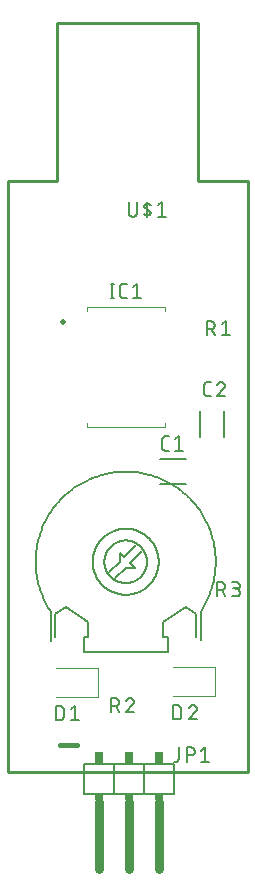
<source format=gbr>
G04 EAGLE Gerber RS-274X export*
G75*
%MOMM*%
%FSLAX34Y34*%
%LPD*%
%INSilkscreen Top*%
%IPPOS*%
%AMOC8*
5,1,8,0,0,1.08239X$1,22.5*%
G01*
G04 Define Apertures*
%ADD10C,0.381000*%
%ADD11C,0.500000*%
%ADD12C,0.120000*%
%ADD13C,0.203200*%
%ADD14C,0.127000*%
%ADD15C,0.152400*%
%ADD16C,0.762000*%
%ADD17R,0.762000X0.508000*%
%ADD18R,0.762000X1.016000*%
%ADD19C,0.254000*%
D10*
X44505Y23001D02*
X58898Y23001D01*
D11*
X46730Y381000D03*
D12*
X67000Y390470D02*
X67000Y393700D01*
X133000Y393700D01*
X133000Y390470D01*
X67000Y295330D02*
X67000Y292100D01*
X133000Y292100D01*
X133000Y295330D01*
D13*
X88529Y401066D02*
X88529Y413258D01*
X87175Y401066D02*
X89884Y401066D01*
X89884Y413258D02*
X87175Y413258D01*
X98042Y401066D02*
X100751Y401066D01*
X98042Y401066D02*
X97941Y401068D01*
X97840Y401074D01*
X97739Y401083D01*
X97638Y401096D01*
X97538Y401113D01*
X97439Y401134D01*
X97341Y401158D01*
X97244Y401186D01*
X97147Y401218D01*
X97052Y401253D01*
X96959Y401292D01*
X96867Y401334D01*
X96776Y401380D01*
X96688Y401429D01*
X96601Y401481D01*
X96516Y401537D01*
X96433Y401595D01*
X96353Y401657D01*
X96275Y401722D01*
X96199Y401789D01*
X96126Y401859D01*
X96056Y401932D01*
X95989Y402008D01*
X95924Y402086D01*
X95862Y402166D01*
X95804Y402249D01*
X95748Y402334D01*
X95696Y402421D01*
X95647Y402509D01*
X95601Y402600D01*
X95559Y402692D01*
X95520Y402785D01*
X95485Y402880D01*
X95453Y402977D01*
X95425Y403074D01*
X95401Y403172D01*
X95380Y403271D01*
X95363Y403371D01*
X95350Y403472D01*
X95341Y403573D01*
X95335Y403674D01*
X95333Y403775D01*
X95332Y403775D02*
X95332Y410549D01*
X95333Y410549D02*
X95335Y410653D01*
X95341Y410756D01*
X95351Y410860D01*
X95365Y410963D01*
X95383Y411065D01*
X95404Y411166D01*
X95430Y411267D01*
X95459Y411366D01*
X95492Y411465D01*
X95529Y411562D01*
X95570Y411657D01*
X95614Y411751D01*
X95662Y411843D01*
X95713Y411933D01*
X95768Y412022D01*
X95826Y412108D01*
X95888Y412191D01*
X95952Y412273D01*
X96020Y412351D01*
X96090Y412427D01*
X96163Y412501D01*
X96240Y412571D01*
X96318Y412639D01*
X96400Y412703D01*
X96483Y412765D01*
X96569Y412823D01*
X96658Y412878D01*
X96748Y412929D01*
X96840Y412977D01*
X96934Y413021D01*
X97029Y413062D01*
X97126Y413099D01*
X97225Y413132D01*
X97324Y413161D01*
X97425Y413187D01*
X97526Y413208D01*
X97628Y413226D01*
X97731Y413240D01*
X97835Y413250D01*
X97938Y413256D01*
X98042Y413258D01*
X100751Y413258D01*
X106052Y410549D02*
X109439Y413258D01*
X109439Y401066D01*
X112825Y401066D02*
X106052Y401066D01*
X168506Y381508D02*
X168506Y369316D01*
X168506Y381508D02*
X171893Y381508D01*
X172009Y381506D01*
X172124Y381500D01*
X172239Y381490D01*
X172354Y381476D01*
X172468Y381459D01*
X172582Y381437D01*
X172695Y381412D01*
X172807Y381382D01*
X172918Y381349D01*
X173027Y381312D01*
X173136Y381272D01*
X173242Y381228D01*
X173348Y381180D01*
X173451Y381128D01*
X173553Y381073D01*
X173653Y381015D01*
X173751Y380953D01*
X173846Y380888D01*
X173940Y380820D01*
X174030Y380748D01*
X174119Y380674D01*
X174205Y380596D01*
X174288Y380516D01*
X174368Y380433D01*
X174446Y380347D01*
X174520Y380258D01*
X174592Y380168D01*
X174660Y380074D01*
X174725Y379979D01*
X174787Y379881D01*
X174845Y379781D01*
X174900Y379679D01*
X174952Y379576D01*
X175000Y379470D01*
X175044Y379364D01*
X175084Y379255D01*
X175121Y379146D01*
X175154Y379035D01*
X175184Y378923D01*
X175209Y378810D01*
X175231Y378696D01*
X175248Y378582D01*
X175262Y378467D01*
X175272Y378352D01*
X175278Y378237D01*
X175280Y378121D01*
X175278Y378005D01*
X175272Y377890D01*
X175262Y377775D01*
X175248Y377660D01*
X175231Y377546D01*
X175209Y377432D01*
X175184Y377319D01*
X175154Y377207D01*
X175121Y377096D01*
X175084Y376987D01*
X175044Y376878D01*
X175000Y376772D01*
X174952Y376666D01*
X174900Y376563D01*
X174845Y376461D01*
X174787Y376361D01*
X174725Y376263D01*
X174660Y376168D01*
X174592Y376074D01*
X174520Y375984D01*
X174446Y375895D01*
X174368Y375809D01*
X174288Y375726D01*
X174205Y375646D01*
X174119Y375568D01*
X174030Y375494D01*
X173940Y375422D01*
X173846Y375354D01*
X173751Y375289D01*
X173653Y375227D01*
X173553Y375169D01*
X173451Y375114D01*
X173348Y375062D01*
X173242Y375014D01*
X173136Y374970D01*
X173027Y374930D01*
X172918Y374893D01*
X172807Y374860D01*
X172695Y374830D01*
X172582Y374805D01*
X172468Y374783D01*
X172354Y374766D01*
X172239Y374752D01*
X172124Y374742D01*
X172009Y374736D01*
X171893Y374734D01*
X171893Y374735D02*
X168506Y374735D01*
X172570Y374735D02*
X175279Y369316D01*
X181193Y378799D02*
X184579Y381508D01*
X184579Y369316D01*
X181193Y369316D02*
X187966Y369316D01*
X87474Y62484D02*
X87474Y50292D01*
X87474Y62484D02*
X90861Y62484D01*
X90977Y62482D01*
X91092Y62476D01*
X91207Y62466D01*
X91322Y62452D01*
X91436Y62435D01*
X91550Y62413D01*
X91663Y62388D01*
X91775Y62358D01*
X91886Y62325D01*
X91995Y62288D01*
X92104Y62248D01*
X92210Y62204D01*
X92316Y62156D01*
X92419Y62104D01*
X92521Y62049D01*
X92621Y61991D01*
X92719Y61929D01*
X92814Y61864D01*
X92908Y61796D01*
X92998Y61724D01*
X93087Y61650D01*
X93173Y61572D01*
X93256Y61492D01*
X93336Y61409D01*
X93414Y61323D01*
X93488Y61234D01*
X93560Y61144D01*
X93628Y61050D01*
X93693Y60955D01*
X93755Y60857D01*
X93813Y60757D01*
X93868Y60655D01*
X93920Y60552D01*
X93968Y60446D01*
X94012Y60340D01*
X94052Y60231D01*
X94089Y60122D01*
X94122Y60011D01*
X94152Y59899D01*
X94177Y59786D01*
X94199Y59672D01*
X94216Y59558D01*
X94230Y59443D01*
X94240Y59328D01*
X94246Y59213D01*
X94248Y59097D01*
X94246Y58981D01*
X94240Y58866D01*
X94230Y58751D01*
X94216Y58636D01*
X94199Y58522D01*
X94177Y58408D01*
X94152Y58295D01*
X94122Y58183D01*
X94089Y58072D01*
X94052Y57963D01*
X94012Y57854D01*
X93968Y57748D01*
X93920Y57642D01*
X93868Y57539D01*
X93813Y57437D01*
X93755Y57337D01*
X93693Y57239D01*
X93628Y57144D01*
X93560Y57050D01*
X93488Y56960D01*
X93414Y56871D01*
X93336Y56785D01*
X93256Y56702D01*
X93173Y56622D01*
X93087Y56544D01*
X92998Y56470D01*
X92908Y56398D01*
X92814Y56330D01*
X92719Y56265D01*
X92621Y56203D01*
X92521Y56145D01*
X92419Y56090D01*
X92316Y56038D01*
X92210Y55990D01*
X92104Y55946D01*
X91995Y55906D01*
X91886Y55869D01*
X91775Y55836D01*
X91663Y55806D01*
X91550Y55781D01*
X91436Y55759D01*
X91322Y55742D01*
X91207Y55728D01*
X91092Y55718D01*
X90977Y55712D01*
X90861Y55710D01*
X90861Y55711D02*
X87474Y55711D01*
X91538Y55711D02*
X94247Y50292D01*
X103886Y62484D02*
X103995Y62482D01*
X104103Y62476D01*
X104212Y62467D01*
X104320Y62453D01*
X104427Y62436D01*
X104534Y62414D01*
X104640Y62389D01*
X104745Y62361D01*
X104849Y62328D01*
X104951Y62292D01*
X105052Y62252D01*
X105152Y62209D01*
X105250Y62162D01*
X105347Y62111D01*
X105441Y62057D01*
X105534Y62000D01*
X105624Y61940D01*
X105713Y61876D01*
X105799Y61809D01*
X105882Y61740D01*
X105963Y61667D01*
X106041Y61591D01*
X106117Y61513D01*
X106190Y61432D01*
X106259Y61349D01*
X106326Y61263D01*
X106390Y61174D01*
X106450Y61084D01*
X106507Y60991D01*
X106561Y60897D01*
X106612Y60800D01*
X106659Y60702D01*
X106702Y60602D01*
X106742Y60501D01*
X106778Y60399D01*
X106811Y60295D01*
X106839Y60190D01*
X106864Y60084D01*
X106886Y59977D01*
X106903Y59870D01*
X106917Y59762D01*
X106926Y59653D01*
X106932Y59545D01*
X106934Y59436D01*
X103886Y62484D02*
X103763Y62482D01*
X103640Y62476D01*
X103517Y62467D01*
X103395Y62453D01*
X103273Y62436D01*
X103152Y62415D01*
X103031Y62390D01*
X102911Y62361D01*
X102793Y62328D01*
X102675Y62292D01*
X102559Y62252D01*
X102443Y62209D01*
X102330Y62161D01*
X102217Y62111D01*
X102107Y62057D01*
X101998Y61999D01*
X101891Y61938D01*
X101786Y61873D01*
X101683Y61806D01*
X101583Y61735D01*
X101484Y61661D01*
X101388Y61584D01*
X101295Y61504D01*
X101204Y61421D01*
X101115Y61335D01*
X101030Y61247D01*
X100947Y61156D01*
X100867Y61062D01*
X100790Y60966D01*
X100716Y60867D01*
X100646Y60767D01*
X100578Y60664D01*
X100514Y60559D01*
X100453Y60452D01*
X100395Y60343D01*
X100341Y60232D01*
X100291Y60120D01*
X100244Y60006D01*
X100200Y59891D01*
X100161Y59775D01*
X105918Y57065D02*
X105997Y57143D01*
X106073Y57223D01*
X106146Y57305D01*
X106216Y57391D01*
X106284Y57478D01*
X106349Y57568D01*
X106410Y57659D01*
X106468Y57753D01*
X106524Y57849D01*
X106575Y57946D01*
X106624Y58046D01*
X106669Y58146D01*
X106711Y58249D01*
X106749Y58352D01*
X106784Y58457D01*
X106815Y58563D01*
X106843Y58670D01*
X106867Y58778D01*
X106888Y58886D01*
X106904Y58995D01*
X106917Y59105D01*
X106927Y59215D01*
X106932Y59326D01*
X106934Y59436D01*
X105918Y57065D02*
X100161Y50292D01*
X106934Y50292D01*
D14*
X128700Y264467D02*
X150700Y264467D01*
X150700Y243533D02*
X128700Y243533D01*
D13*
X133663Y271833D02*
X136372Y271833D01*
X133663Y271833D02*
X133562Y271835D01*
X133461Y271841D01*
X133360Y271850D01*
X133259Y271863D01*
X133159Y271880D01*
X133060Y271901D01*
X132962Y271925D01*
X132865Y271953D01*
X132768Y271985D01*
X132673Y272020D01*
X132580Y272059D01*
X132488Y272101D01*
X132397Y272147D01*
X132309Y272196D01*
X132222Y272248D01*
X132137Y272304D01*
X132054Y272362D01*
X131974Y272424D01*
X131896Y272489D01*
X131820Y272556D01*
X131747Y272626D01*
X131677Y272699D01*
X131610Y272775D01*
X131545Y272853D01*
X131483Y272933D01*
X131425Y273016D01*
X131369Y273101D01*
X131317Y273188D01*
X131268Y273276D01*
X131222Y273367D01*
X131180Y273459D01*
X131141Y273552D01*
X131106Y273647D01*
X131074Y273744D01*
X131046Y273841D01*
X131022Y273939D01*
X131001Y274038D01*
X130984Y274138D01*
X130971Y274239D01*
X130962Y274340D01*
X130956Y274441D01*
X130954Y274542D01*
X130953Y274542D02*
X130953Y281316D01*
X130954Y281316D02*
X130956Y281420D01*
X130962Y281523D01*
X130972Y281627D01*
X130986Y281730D01*
X131004Y281832D01*
X131025Y281933D01*
X131051Y282034D01*
X131080Y282133D01*
X131113Y282232D01*
X131150Y282329D01*
X131191Y282424D01*
X131235Y282518D01*
X131283Y282610D01*
X131334Y282700D01*
X131389Y282789D01*
X131447Y282875D01*
X131509Y282958D01*
X131573Y283040D01*
X131641Y283118D01*
X131711Y283194D01*
X131784Y283268D01*
X131861Y283338D01*
X131939Y283406D01*
X132021Y283470D01*
X132104Y283532D01*
X132190Y283590D01*
X132279Y283645D01*
X132369Y283696D01*
X132461Y283744D01*
X132555Y283788D01*
X132650Y283829D01*
X132747Y283866D01*
X132846Y283899D01*
X132945Y283928D01*
X133046Y283954D01*
X133147Y283975D01*
X133249Y283993D01*
X133352Y284007D01*
X133456Y284017D01*
X133559Y284023D01*
X133663Y284025D01*
X136372Y284025D01*
X141673Y281316D02*
X145060Y284025D01*
X145060Y271833D01*
X141673Y271833D02*
X148447Y271833D01*
D14*
X183554Y283637D02*
X183554Y305637D01*
X162620Y305637D02*
X162620Y283637D01*
D13*
X169226Y317920D02*
X171935Y317920D01*
X169226Y317920D02*
X169125Y317922D01*
X169024Y317928D01*
X168923Y317937D01*
X168822Y317950D01*
X168722Y317967D01*
X168623Y317988D01*
X168525Y318012D01*
X168428Y318040D01*
X168331Y318072D01*
X168236Y318107D01*
X168143Y318146D01*
X168051Y318188D01*
X167960Y318234D01*
X167872Y318283D01*
X167785Y318335D01*
X167700Y318391D01*
X167617Y318449D01*
X167537Y318511D01*
X167459Y318576D01*
X167383Y318643D01*
X167310Y318713D01*
X167240Y318786D01*
X167173Y318862D01*
X167108Y318940D01*
X167046Y319020D01*
X166988Y319103D01*
X166932Y319188D01*
X166880Y319275D01*
X166831Y319363D01*
X166785Y319454D01*
X166743Y319546D01*
X166704Y319639D01*
X166669Y319734D01*
X166637Y319831D01*
X166609Y319928D01*
X166585Y320026D01*
X166564Y320125D01*
X166547Y320225D01*
X166534Y320326D01*
X166525Y320427D01*
X166519Y320528D01*
X166517Y320629D01*
X166516Y320629D02*
X166516Y327402D01*
X166517Y327402D02*
X166519Y327506D01*
X166525Y327609D01*
X166535Y327713D01*
X166549Y327816D01*
X166567Y327918D01*
X166588Y328019D01*
X166614Y328120D01*
X166643Y328219D01*
X166676Y328318D01*
X166713Y328415D01*
X166754Y328510D01*
X166798Y328604D01*
X166846Y328696D01*
X166897Y328786D01*
X166952Y328875D01*
X167010Y328961D01*
X167072Y329044D01*
X167136Y329126D01*
X167204Y329204D01*
X167274Y329280D01*
X167347Y329354D01*
X167424Y329424D01*
X167502Y329492D01*
X167584Y329556D01*
X167667Y329618D01*
X167753Y329676D01*
X167842Y329731D01*
X167932Y329782D01*
X168024Y329830D01*
X168118Y329874D01*
X168213Y329915D01*
X168310Y329952D01*
X168409Y329985D01*
X168508Y330014D01*
X168609Y330040D01*
X168710Y330061D01*
X168812Y330079D01*
X168915Y330093D01*
X169019Y330103D01*
X169122Y330109D01*
X169226Y330111D01*
X169226Y330112D02*
X171935Y330112D01*
X180962Y330112D02*
X181071Y330110D01*
X181179Y330104D01*
X181288Y330095D01*
X181396Y330081D01*
X181503Y330064D01*
X181610Y330042D01*
X181716Y330017D01*
X181821Y329989D01*
X181925Y329956D01*
X182027Y329920D01*
X182128Y329880D01*
X182228Y329837D01*
X182326Y329790D01*
X182423Y329739D01*
X182517Y329685D01*
X182610Y329628D01*
X182700Y329568D01*
X182789Y329504D01*
X182875Y329437D01*
X182958Y329368D01*
X183039Y329295D01*
X183117Y329219D01*
X183193Y329141D01*
X183266Y329060D01*
X183335Y328977D01*
X183402Y328891D01*
X183466Y328802D01*
X183526Y328712D01*
X183583Y328619D01*
X183637Y328525D01*
X183688Y328428D01*
X183735Y328330D01*
X183778Y328230D01*
X183818Y328129D01*
X183854Y328027D01*
X183887Y327923D01*
X183915Y327818D01*
X183940Y327712D01*
X183962Y327605D01*
X183979Y327498D01*
X183993Y327390D01*
X184002Y327281D01*
X184008Y327173D01*
X184010Y327064D01*
X180962Y330112D02*
X180839Y330110D01*
X180716Y330104D01*
X180593Y330095D01*
X180471Y330081D01*
X180349Y330064D01*
X180228Y330043D01*
X180107Y330018D01*
X179987Y329989D01*
X179869Y329956D01*
X179751Y329920D01*
X179635Y329880D01*
X179519Y329837D01*
X179406Y329789D01*
X179293Y329739D01*
X179183Y329685D01*
X179074Y329627D01*
X178967Y329566D01*
X178862Y329501D01*
X178759Y329434D01*
X178659Y329363D01*
X178560Y329289D01*
X178464Y329212D01*
X178371Y329132D01*
X178280Y329049D01*
X178191Y328963D01*
X178106Y328875D01*
X178023Y328784D01*
X177943Y328690D01*
X177866Y328594D01*
X177792Y328495D01*
X177722Y328395D01*
X177654Y328292D01*
X177590Y328187D01*
X177529Y328080D01*
X177471Y327971D01*
X177417Y327860D01*
X177367Y327748D01*
X177320Y327634D01*
X177276Y327519D01*
X177237Y327403D01*
X182994Y324693D02*
X183073Y324771D01*
X183149Y324851D01*
X183222Y324933D01*
X183292Y325019D01*
X183360Y325106D01*
X183425Y325196D01*
X183486Y325287D01*
X183544Y325381D01*
X183600Y325477D01*
X183651Y325574D01*
X183700Y325674D01*
X183745Y325774D01*
X183787Y325877D01*
X183825Y325980D01*
X183860Y326085D01*
X183891Y326191D01*
X183919Y326298D01*
X183943Y326406D01*
X183964Y326514D01*
X183980Y326623D01*
X183993Y326733D01*
X184003Y326843D01*
X184008Y326954D01*
X184010Y327064D01*
X182994Y324693D02*
X177236Y317920D01*
X184010Y317920D01*
D12*
X76517Y63196D02*
X40970Y63196D01*
X76517Y63196D02*
X76517Y87976D01*
X40970Y87976D01*
D13*
X40799Y55830D02*
X40799Y43638D01*
X40799Y55830D02*
X44186Y55830D01*
X44302Y55828D01*
X44417Y55822D01*
X44532Y55812D01*
X44647Y55798D01*
X44761Y55781D01*
X44875Y55759D01*
X44988Y55734D01*
X45100Y55704D01*
X45211Y55671D01*
X45320Y55634D01*
X45429Y55594D01*
X45535Y55550D01*
X45641Y55502D01*
X45744Y55450D01*
X45846Y55395D01*
X45946Y55337D01*
X46044Y55275D01*
X46139Y55210D01*
X46233Y55142D01*
X46324Y55070D01*
X46412Y54996D01*
X46498Y54918D01*
X46581Y54838D01*
X46661Y54755D01*
X46739Y54669D01*
X46813Y54580D01*
X46885Y54490D01*
X46953Y54396D01*
X47018Y54301D01*
X47080Y54203D01*
X47138Y54103D01*
X47193Y54001D01*
X47245Y53898D01*
X47293Y53792D01*
X47337Y53686D01*
X47377Y53577D01*
X47414Y53468D01*
X47447Y53357D01*
X47477Y53245D01*
X47502Y53132D01*
X47524Y53018D01*
X47541Y52904D01*
X47555Y52789D01*
X47565Y52674D01*
X47571Y52559D01*
X47573Y52443D01*
X47573Y47025D01*
X47571Y46909D01*
X47565Y46794D01*
X47555Y46679D01*
X47541Y46564D01*
X47524Y46450D01*
X47502Y46336D01*
X47477Y46223D01*
X47447Y46111D01*
X47414Y46000D01*
X47377Y45891D01*
X47337Y45782D01*
X47293Y45676D01*
X47245Y45570D01*
X47193Y45467D01*
X47138Y45365D01*
X47080Y45265D01*
X47018Y45167D01*
X46953Y45072D01*
X46885Y44978D01*
X46813Y44888D01*
X46739Y44799D01*
X46661Y44713D01*
X46581Y44630D01*
X46498Y44550D01*
X46412Y44472D01*
X46324Y44398D01*
X46233Y44326D01*
X46139Y44258D01*
X46044Y44193D01*
X45946Y44131D01*
X45846Y44073D01*
X45744Y44018D01*
X45641Y43966D01*
X45535Y43918D01*
X45429Y43874D01*
X45320Y43834D01*
X45211Y43797D01*
X45100Y43764D01*
X44988Y43734D01*
X44875Y43709D01*
X44762Y43687D01*
X44647Y43670D01*
X44532Y43656D01*
X44417Y43646D01*
X44302Y43640D01*
X44186Y43638D01*
X40799Y43638D01*
X54027Y53121D02*
X57414Y55830D01*
X57414Y43638D01*
X54027Y43638D02*
X60801Y43638D01*
D12*
X140407Y63810D02*
X175954Y63810D01*
X175954Y88590D01*
X140407Y88590D01*
D13*
X140236Y56444D02*
X140236Y44252D01*
X140236Y56444D02*
X143622Y56444D01*
X143738Y56442D01*
X143853Y56436D01*
X143968Y56426D01*
X144083Y56412D01*
X144197Y56395D01*
X144311Y56373D01*
X144424Y56348D01*
X144536Y56318D01*
X144647Y56285D01*
X144756Y56248D01*
X144865Y56208D01*
X144971Y56164D01*
X145077Y56116D01*
X145180Y56064D01*
X145282Y56009D01*
X145382Y55951D01*
X145480Y55889D01*
X145575Y55824D01*
X145669Y55756D01*
X145760Y55684D01*
X145848Y55610D01*
X145934Y55532D01*
X146017Y55452D01*
X146097Y55369D01*
X146175Y55283D01*
X146249Y55194D01*
X146321Y55104D01*
X146389Y55010D01*
X146454Y54915D01*
X146516Y54817D01*
X146574Y54717D01*
X146629Y54615D01*
X146681Y54512D01*
X146729Y54406D01*
X146773Y54300D01*
X146813Y54191D01*
X146850Y54082D01*
X146883Y53971D01*
X146913Y53859D01*
X146938Y53746D01*
X146960Y53632D01*
X146977Y53518D01*
X146991Y53403D01*
X147001Y53288D01*
X147007Y53173D01*
X147009Y53057D01*
X147009Y47639D01*
X147007Y47523D01*
X147001Y47408D01*
X146991Y47293D01*
X146977Y47178D01*
X146960Y47064D01*
X146938Y46950D01*
X146913Y46837D01*
X146883Y46725D01*
X146850Y46614D01*
X146813Y46505D01*
X146773Y46396D01*
X146729Y46290D01*
X146681Y46184D01*
X146629Y46081D01*
X146574Y45979D01*
X146516Y45879D01*
X146454Y45781D01*
X146389Y45686D01*
X146321Y45592D01*
X146249Y45502D01*
X146175Y45413D01*
X146097Y45327D01*
X146017Y45244D01*
X145934Y45164D01*
X145848Y45086D01*
X145760Y45012D01*
X145669Y44940D01*
X145575Y44872D01*
X145480Y44807D01*
X145382Y44745D01*
X145282Y44687D01*
X145180Y44632D01*
X145077Y44580D01*
X144971Y44532D01*
X144865Y44488D01*
X144756Y44448D01*
X144647Y44411D01*
X144536Y44378D01*
X144424Y44348D01*
X144311Y44323D01*
X144198Y44301D01*
X144083Y44284D01*
X143968Y44270D01*
X143853Y44260D01*
X143738Y44254D01*
X143622Y44252D01*
X140236Y44252D01*
X157189Y56444D02*
X157298Y56442D01*
X157406Y56436D01*
X157515Y56427D01*
X157623Y56413D01*
X157730Y56396D01*
X157837Y56374D01*
X157943Y56349D01*
X158048Y56321D01*
X158152Y56288D01*
X158254Y56252D01*
X158355Y56212D01*
X158455Y56169D01*
X158553Y56122D01*
X158650Y56071D01*
X158744Y56017D01*
X158837Y55960D01*
X158927Y55900D01*
X159016Y55836D01*
X159102Y55769D01*
X159185Y55700D01*
X159266Y55627D01*
X159344Y55551D01*
X159420Y55473D01*
X159493Y55392D01*
X159562Y55309D01*
X159629Y55223D01*
X159693Y55134D01*
X159753Y55044D01*
X159810Y54951D01*
X159864Y54857D01*
X159915Y54760D01*
X159962Y54662D01*
X160005Y54562D01*
X160045Y54461D01*
X160081Y54359D01*
X160114Y54255D01*
X160142Y54150D01*
X160167Y54044D01*
X160189Y53937D01*
X160206Y53830D01*
X160220Y53722D01*
X160229Y53613D01*
X160235Y53505D01*
X160237Y53396D01*
X157189Y56444D02*
X157066Y56442D01*
X156943Y56436D01*
X156820Y56427D01*
X156698Y56413D01*
X156576Y56396D01*
X156455Y56375D01*
X156334Y56350D01*
X156214Y56321D01*
X156096Y56288D01*
X155978Y56252D01*
X155862Y56212D01*
X155746Y56169D01*
X155633Y56121D01*
X155520Y56071D01*
X155410Y56017D01*
X155301Y55959D01*
X155194Y55898D01*
X155089Y55833D01*
X154986Y55766D01*
X154886Y55695D01*
X154787Y55621D01*
X154691Y55544D01*
X154598Y55464D01*
X154507Y55381D01*
X154418Y55295D01*
X154333Y55207D01*
X154250Y55116D01*
X154170Y55022D01*
X154093Y54926D01*
X154019Y54827D01*
X153949Y54727D01*
X153881Y54624D01*
X153817Y54519D01*
X153756Y54412D01*
X153698Y54303D01*
X153644Y54192D01*
X153594Y54080D01*
X153547Y53966D01*
X153503Y53851D01*
X153464Y53735D01*
X159221Y51025D02*
X159300Y51103D01*
X159376Y51183D01*
X159449Y51265D01*
X159519Y51351D01*
X159587Y51438D01*
X159652Y51528D01*
X159713Y51619D01*
X159771Y51713D01*
X159827Y51809D01*
X159878Y51906D01*
X159927Y52006D01*
X159972Y52106D01*
X160014Y52209D01*
X160052Y52312D01*
X160087Y52417D01*
X160118Y52523D01*
X160146Y52630D01*
X160170Y52738D01*
X160191Y52846D01*
X160207Y52955D01*
X160220Y53065D01*
X160230Y53175D01*
X160235Y53286D01*
X160237Y53396D01*
X159221Y51025D02*
X153464Y44252D01*
X160237Y44252D01*
D15*
X49200Y139700D02*
X40310Y133350D01*
X49200Y139700D02*
X68250Y127000D01*
X68250Y114300D01*
X64440Y114300D01*
X64440Y101600D01*
X135560Y101600D02*
X135560Y114300D01*
X131750Y114300D01*
X131750Y127000D01*
X150800Y139700D01*
X159690Y133350D01*
X108890Y191770D02*
X98730Y181610D01*
X94920Y185420D01*
X94920Y177800D01*
X86030Y168910D01*
X103810Y176530D02*
X113970Y186690D01*
X103810Y176530D02*
X107620Y172720D01*
X100000Y172720D01*
X91110Y163830D01*
X64440Y101600D02*
X135560Y101600D01*
X159690Y114300D02*
X159690Y133350D01*
X40310Y133350D02*
X40310Y114300D01*
X163500Y111760D02*
X163500Y135890D01*
X36500Y135890D02*
X36500Y110490D01*
X23800Y177800D02*
X23823Y179656D01*
X23890Y181510D01*
X24003Y183362D01*
X24161Y185211D01*
X24364Y187056D01*
X24612Y188895D01*
X24905Y190727D01*
X25242Y192552D01*
X25623Y194368D01*
X26049Y196174D01*
X26518Y197970D01*
X27031Y199753D01*
X27587Y201524D01*
X28186Y203280D01*
X28828Y205021D01*
X29512Y206746D01*
X30238Y208454D01*
X31005Y210144D01*
X31813Y211814D01*
X32661Y213464D01*
X33550Y215094D01*
X34478Y216701D01*
X35444Y218285D01*
X36449Y219845D01*
X37492Y221380D01*
X38572Y222889D01*
X39688Y224371D01*
X40840Y225826D01*
X42027Y227253D01*
X43248Y228650D01*
X44503Y230017D01*
X45791Y231352D01*
X47112Y232657D01*
X48463Y233928D01*
X49845Y235167D01*
X51257Y236371D01*
X52698Y237540D01*
X54166Y238675D01*
X55662Y239773D01*
X57185Y240834D01*
X58732Y241858D01*
X60304Y242844D01*
X61900Y243791D01*
X63518Y244699D01*
X65158Y245568D01*
X66819Y246396D01*
X68499Y247184D01*
X70198Y247930D01*
X71914Y248635D01*
X73648Y249298D01*
X75397Y249919D01*
X77160Y250496D01*
X78937Y251031D01*
X80726Y251522D01*
X82527Y251970D01*
X84339Y252373D01*
X86159Y252732D01*
X87988Y253047D01*
X89824Y253317D01*
X91666Y253543D01*
X93513Y253723D01*
X95364Y253859D01*
X97217Y253949D01*
X99072Y253994D01*
X100928Y253994D01*
X102783Y253949D01*
X104636Y253859D01*
X106487Y253723D01*
X108334Y253543D01*
X110176Y253317D01*
X112012Y253047D01*
X113841Y252732D01*
X115661Y252373D01*
X117473Y251970D01*
X119274Y251522D01*
X121063Y251031D01*
X122840Y250496D01*
X124603Y249919D01*
X126352Y249298D01*
X128086Y248635D01*
X129802Y247930D01*
X131501Y247184D01*
X133181Y246396D01*
X134842Y245568D01*
X136482Y244699D01*
X138100Y243791D01*
X139696Y242844D01*
X141268Y241858D01*
X142815Y240834D01*
X144338Y239773D01*
X145834Y238675D01*
X147302Y237540D01*
X148743Y236371D01*
X150155Y235167D01*
X151537Y233928D01*
X152888Y232657D01*
X154209Y231352D01*
X155497Y230017D01*
X156752Y228650D01*
X157973Y227253D01*
X159160Y225826D01*
X160312Y224371D01*
X161428Y222889D01*
X162508Y221380D01*
X163551Y219845D01*
X164556Y218285D01*
X165522Y216701D01*
X166450Y215094D01*
X167339Y213464D01*
X168187Y211814D01*
X168995Y210144D01*
X169762Y208454D01*
X170488Y206746D01*
X171172Y205021D01*
X171814Y203280D01*
X172413Y201524D01*
X172969Y199753D01*
X173482Y197970D01*
X173951Y196174D01*
X174377Y194368D01*
X174758Y192552D01*
X175095Y190727D01*
X175388Y188895D01*
X175636Y187056D01*
X175839Y185211D01*
X175997Y183362D01*
X176110Y181510D01*
X176177Y179656D01*
X176200Y177800D01*
X176177Y175934D01*
X176109Y174068D01*
X175994Y172205D01*
X175834Y170345D01*
X175629Y168489D01*
X175378Y166639D01*
X175082Y164796D01*
X174741Y162961D01*
X174355Y161134D01*
X173924Y159318D01*
X173449Y157512D01*
X172930Y155719D01*
X172367Y153939D01*
X171761Y152173D01*
X171112Y150423D01*
X170420Y148689D01*
X169685Y146973D01*
X168909Y145275D01*
X168092Y143597D01*
X167233Y141939D01*
X166335Y140302D01*
X165396Y138689D01*
X164418Y137098D01*
X163402Y135532D01*
X36598Y135532D02*
X35582Y137098D01*
X34604Y138689D01*
X33665Y140302D01*
X32767Y141939D01*
X31908Y143597D01*
X31091Y145275D01*
X30315Y146973D01*
X29580Y148689D01*
X28888Y150423D01*
X28239Y152173D01*
X27633Y153939D01*
X27070Y155719D01*
X26551Y157512D01*
X26076Y159318D01*
X25645Y161134D01*
X25259Y162961D01*
X24918Y164796D01*
X24622Y166639D01*
X24371Y168489D01*
X24166Y170345D01*
X24006Y172205D01*
X23891Y174068D01*
X23823Y175934D01*
X23800Y177800D01*
X81966Y177800D02*
X81971Y178243D01*
X81988Y178685D01*
X82015Y179127D01*
X82053Y179568D01*
X82102Y180008D01*
X82161Y180446D01*
X82232Y180883D01*
X82313Y181318D01*
X82404Y181751D01*
X82506Y182182D01*
X82619Y182610D01*
X82743Y183035D01*
X82876Y183457D01*
X83020Y183875D01*
X83174Y184290D01*
X83339Y184701D01*
X83513Y185108D01*
X83697Y185511D01*
X83892Y185908D01*
X84095Y186301D01*
X84309Y186689D01*
X84532Y187071D01*
X84764Y187448D01*
X85005Y187819D01*
X85256Y188184D01*
X85515Y188543D01*
X85783Y188895D01*
X86060Y189241D01*
X86344Y189579D01*
X86638Y189911D01*
X86939Y190235D01*
X87248Y190552D01*
X87565Y190861D01*
X87889Y191162D01*
X88221Y191456D01*
X88559Y191740D01*
X88905Y192017D01*
X89257Y192285D01*
X89616Y192544D01*
X89981Y192795D01*
X90352Y193036D01*
X90729Y193268D01*
X91111Y193491D01*
X91499Y193705D01*
X91892Y193908D01*
X92289Y194103D01*
X92692Y194287D01*
X93099Y194461D01*
X93510Y194626D01*
X93925Y194780D01*
X94343Y194924D01*
X94765Y195057D01*
X95190Y195181D01*
X95618Y195294D01*
X96049Y195396D01*
X96482Y195487D01*
X96917Y195568D01*
X97354Y195639D01*
X97792Y195698D01*
X98232Y195747D01*
X98673Y195785D01*
X99115Y195812D01*
X99557Y195829D01*
X100000Y195834D01*
X100443Y195829D01*
X100885Y195812D01*
X101327Y195785D01*
X101768Y195747D01*
X102208Y195698D01*
X102646Y195639D01*
X103083Y195568D01*
X103518Y195487D01*
X103951Y195396D01*
X104382Y195294D01*
X104810Y195181D01*
X105235Y195057D01*
X105657Y194924D01*
X106075Y194780D01*
X106490Y194626D01*
X106901Y194461D01*
X107308Y194287D01*
X107711Y194103D01*
X108108Y193908D01*
X108501Y193705D01*
X108889Y193491D01*
X109271Y193268D01*
X109648Y193036D01*
X110019Y192795D01*
X110384Y192544D01*
X110743Y192285D01*
X111095Y192017D01*
X111441Y191740D01*
X111779Y191456D01*
X112111Y191162D01*
X112435Y190861D01*
X112752Y190552D01*
X113061Y190235D01*
X113362Y189911D01*
X113656Y189579D01*
X113940Y189241D01*
X114217Y188895D01*
X114485Y188543D01*
X114744Y188184D01*
X114995Y187819D01*
X115236Y187448D01*
X115468Y187071D01*
X115691Y186689D01*
X115905Y186301D01*
X116108Y185908D01*
X116303Y185511D01*
X116487Y185108D01*
X116661Y184701D01*
X116826Y184290D01*
X116980Y183875D01*
X117124Y183457D01*
X117257Y183035D01*
X117381Y182610D01*
X117494Y182182D01*
X117596Y181751D01*
X117687Y181318D01*
X117768Y180883D01*
X117839Y180446D01*
X117898Y180008D01*
X117947Y179568D01*
X117985Y179127D01*
X118012Y178685D01*
X118029Y178243D01*
X118034Y177800D01*
X118029Y177357D01*
X118012Y176915D01*
X117985Y176473D01*
X117947Y176032D01*
X117898Y175592D01*
X117839Y175154D01*
X117768Y174717D01*
X117687Y174282D01*
X117596Y173849D01*
X117494Y173418D01*
X117381Y172990D01*
X117257Y172565D01*
X117124Y172143D01*
X116980Y171725D01*
X116826Y171310D01*
X116661Y170899D01*
X116487Y170492D01*
X116303Y170089D01*
X116108Y169692D01*
X115905Y169299D01*
X115691Y168911D01*
X115468Y168529D01*
X115236Y168152D01*
X114995Y167781D01*
X114744Y167416D01*
X114485Y167057D01*
X114217Y166705D01*
X113940Y166359D01*
X113656Y166021D01*
X113362Y165689D01*
X113061Y165365D01*
X112752Y165048D01*
X112435Y164739D01*
X112111Y164438D01*
X111779Y164144D01*
X111441Y163860D01*
X111095Y163583D01*
X110743Y163315D01*
X110384Y163056D01*
X110019Y162805D01*
X109648Y162564D01*
X109271Y162332D01*
X108889Y162109D01*
X108501Y161895D01*
X108108Y161692D01*
X107711Y161497D01*
X107308Y161313D01*
X106901Y161139D01*
X106490Y160974D01*
X106075Y160820D01*
X105657Y160676D01*
X105235Y160543D01*
X104810Y160419D01*
X104382Y160306D01*
X103951Y160204D01*
X103518Y160113D01*
X103083Y160032D01*
X102646Y159961D01*
X102208Y159902D01*
X101768Y159853D01*
X101327Y159815D01*
X100885Y159788D01*
X100443Y159771D01*
X100000Y159766D01*
X99557Y159771D01*
X99115Y159788D01*
X98673Y159815D01*
X98232Y159853D01*
X97792Y159902D01*
X97354Y159961D01*
X96917Y160032D01*
X96482Y160113D01*
X96049Y160204D01*
X95618Y160306D01*
X95190Y160419D01*
X94765Y160543D01*
X94343Y160676D01*
X93925Y160820D01*
X93510Y160974D01*
X93099Y161139D01*
X92692Y161313D01*
X92289Y161497D01*
X91892Y161692D01*
X91499Y161895D01*
X91111Y162109D01*
X90729Y162332D01*
X90352Y162564D01*
X89981Y162805D01*
X89616Y163056D01*
X89257Y163315D01*
X88905Y163583D01*
X88559Y163860D01*
X88221Y164144D01*
X87889Y164438D01*
X87565Y164739D01*
X87248Y165048D01*
X86939Y165365D01*
X86638Y165689D01*
X86344Y166021D01*
X86060Y166359D01*
X85783Y166705D01*
X85515Y167057D01*
X85256Y167416D01*
X85005Y167781D01*
X84764Y168152D01*
X84532Y168529D01*
X84309Y168911D01*
X84095Y169299D01*
X83892Y169692D01*
X83697Y170089D01*
X83513Y170492D01*
X83339Y170899D01*
X83174Y171310D01*
X83020Y171725D01*
X82876Y172143D01*
X82743Y172565D01*
X82619Y172990D01*
X82506Y173418D01*
X82404Y173849D01*
X82313Y174282D01*
X82232Y174717D01*
X82161Y175154D01*
X82102Y175592D01*
X82053Y176032D01*
X82015Y176473D01*
X81988Y176915D01*
X81971Y177357D01*
X81966Y177800D01*
X72060Y177800D02*
X72068Y178486D01*
X72094Y179171D01*
X72136Y179855D01*
X72195Y180539D01*
X72270Y181220D01*
X72362Y181900D01*
X72471Y182577D01*
X72597Y183251D01*
X72739Y183922D01*
X72897Y184589D01*
X73072Y185252D01*
X73263Y185911D01*
X73470Y186564D01*
X73693Y187213D01*
X73932Y187855D01*
X74187Y188492D01*
X74457Y189122D01*
X74743Y189746D01*
X75043Y190362D01*
X75359Y190971D01*
X75690Y191572D01*
X76035Y192164D01*
X76395Y192748D01*
X76769Y193323D01*
X77157Y193888D01*
X77558Y194444D01*
X77974Y194990D01*
X78402Y195525D01*
X78844Y196050D01*
X79298Y196563D01*
X79765Y197066D01*
X80243Y197557D01*
X80734Y198035D01*
X81237Y198502D01*
X81750Y198956D01*
X82275Y199398D01*
X82810Y199826D01*
X83356Y200242D01*
X83912Y200643D01*
X84477Y201031D01*
X85052Y201405D01*
X85636Y201765D01*
X86228Y202110D01*
X86829Y202441D01*
X87438Y202757D01*
X88054Y203057D01*
X88678Y203343D01*
X89308Y203613D01*
X89945Y203868D01*
X90587Y204107D01*
X91236Y204330D01*
X91889Y204537D01*
X92548Y204728D01*
X93211Y204903D01*
X93878Y205061D01*
X94549Y205203D01*
X95223Y205329D01*
X95900Y205438D01*
X96580Y205530D01*
X97261Y205605D01*
X97945Y205664D01*
X98629Y205706D01*
X99314Y205732D01*
X100000Y205740D01*
X100686Y205732D01*
X101371Y205706D01*
X102055Y205664D01*
X102739Y205605D01*
X103420Y205530D01*
X104100Y205438D01*
X104777Y205329D01*
X105451Y205203D01*
X106122Y205061D01*
X106789Y204903D01*
X107452Y204728D01*
X108111Y204537D01*
X108764Y204330D01*
X109413Y204107D01*
X110055Y203868D01*
X110692Y203613D01*
X111322Y203343D01*
X111946Y203057D01*
X112562Y202757D01*
X113171Y202441D01*
X113772Y202110D01*
X114364Y201765D01*
X114948Y201405D01*
X115523Y201031D01*
X116088Y200643D01*
X116644Y200242D01*
X117190Y199826D01*
X117725Y199398D01*
X118250Y198956D01*
X118763Y198502D01*
X119266Y198035D01*
X119757Y197557D01*
X120235Y197066D01*
X120702Y196563D01*
X121156Y196050D01*
X121598Y195525D01*
X122026Y194990D01*
X122442Y194444D01*
X122843Y193888D01*
X123231Y193323D01*
X123605Y192748D01*
X123965Y192164D01*
X124310Y191572D01*
X124641Y190971D01*
X124957Y190362D01*
X125257Y189746D01*
X125543Y189122D01*
X125813Y188492D01*
X126068Y187855D01*
X126307Y187213D01*
X126530Y186564D01*
X126737Y185911D01*
X126928Y185252D01*
X127103Y184589D01*
X127261Y183922D01*
X127403Y183251D01*
X127529Y182577D01*
X127638Y181900D01*
X127730Y181220D01*
X127805Y180539D01*
X127864Y179855D01*
X127906Y179171D01*
X127932Y178486D01*
X127940Y177800D01*
X127932Y177114D01*
X127906Y176429D01*
X127864Y175745D01*
X127805Y175061D01*
X127730Y174380D01*
X127638Y173700D01*
X127529Y173023D01*
X127403Y172349D01*
X127261Y171678D01*
X127103Y171011D01*
X126928Y170348D01*
X126737Y169689D01*
X126530Y169036D01*
X126307Y168387D01*
X126068Y167745D01*
X125813Y167108D01*
X125543Y166478D01*
X125257Y165854D01*
X124957Y165238D01*
X124641Y164629D01*
X124310Y164028D01*
X123965Y163436D01*
X123605Y162852D01*
X123231Y162277D01*
X122843Y161712D01*
X122442Y161156D01*
X122026Y160610D01*
X121598Y160075D01*
X121156Y159550D01*
X120702Y159037D01*
X120235Y158534D01*
X119757Y158043D01*
X119266Y157565D01*
X118763Y157098D01*
X118250Y156644D01*
X117725Y156202D01*
X117190Y155774D01*
X116644Y155358D01*
X116088Y154957D01*
X115523Y154569D01*
X114948Y154195D01*
X114364Y153835D01*
X113772Y153490D01*
X113171Y153159D01*
X112562Y152843D01*
X111946Y152543D01*
X111322Y152257D01*
X110692Y151987D01*
X110055Y151732D01*
X109413Y151493D01*
X108764Y151270D01*
X108111Y151063D01*
X107452Y150872D01*
X106789Y150697D01*
X106122Y150539D01*
X105451Y150397D01*
X104777Y150271D01*
X104100Y150162D01*
X103420Y150070D01*
X102739Y149995D01*
X102055Y149936D01*
X101371Y149894D01*
X100686Y149868D01*
X100000Y149860D01*
X99314Y149868D01*
X98629Y149894D01*
X97945Y149936D01*
X97261Y149995D01*
X96580Y150070D01*
X95900Y150162D01*
X95223Y150271D01*
X94549Y150397D01*
X93878Y150539D01*
X93211Y150697D01*
X92548Y150872D01*
X91889Y151063D01*
X91236Y151270D01*
X90587Y151493D01*
X89945Y151732D01*
X89308Y151987D01*
X88678Y152257D01*
X88054Y152543D01*
X87438Y152843D01*
X86829Y153159D01*
X86228Y153490D01*
X85636Y153835D01*
X85052Y154195D01*
X84477Y154569D01*
X83912Y154957D01*
X83356Y155358D01*
X82810Y155774D01*
X82275Y156202D01*
X81750Y156644D01*
X81237Y157098D01*
X80734Y157565D01*
X80243Y158043D01*
X79765Y158534D01*
X79298Y159037D01*
X78844Y159550D01*
X78402Y160075D01*
X77974Y160610D01*
X77558Y161156D01*
X77157Y161712D01*
X76769Y162277D01*
X76395Y162852D01*
X76035Y163436D01*
X75690Y164028D01*
X75359Y164629D01*
X75043Y165238D01*
X74743Y165854D01*
X74457Y166478D01*
X74187Y167108D01*
X73932Y167745D01*
X73693Y168387D01*
X73470Y169036D01*
X73263Y169689D01*
X73072Y170348D01*
X72897Y171011D01*
X72739Y171678D01*
X72597Y172349D01*
X72471Y173023D01*
X72362Y173700D01*
X72270Y174380D01*
X72195Y175061D01*
X72136Y175745D01*
X72094Y176429D01*
X72068Y177114D01*
X72060Y177800D01*
D13*
X177216Y160528D02*
X177216Y148336D01*
X177216Y160528D02*
X180603Y160528D01*
X180719Y160526D01*
X180834Y160520D01*
X180949Y160510D01*
X181064Y160496D01*
X181178Y160479D01*
X181292Y160457D01*
X181405Y160432D01*
X181517Y160402D01*
X181628Y160369D01*
X181737Y160332D01*
X181846Y160292D01*
X181952Y160248D01*
X182058Y160200D01*
X182161Y160148D01*
X182263Y160093D01*
X182363Y160035D01*
X182461Y159973D01*
X182556Y159908D01*
X182650Y159840D01*
X182740Y159768D01*
X182829Y159694D01*
X182915Y159616D01*
X182998Y159536D01*
X183078Y159453D01*
X183156Y159367D01*
X183230Y159278D01*
X183302Y159188D01*
X183370Y159094D01*
X183435Y158999D01*
X183497Y158901D01*
X183555Y158801D01*
X183610Y158699D01*
X183662Y158596D01*
X183710Y158490D01*
X183754Y158384D01*
X183794Y158275D01*
X183831Y158166D01*
X183864Y158055D01*
X183894Y157943D01*
X183919Y157830D01*
X183941Y157716D01*
X183958Y157602D01*
X183972Y157487D01*
X183982Y157372D01*
X183988Y157257D01*
X183990Y157141D01*
X183988Y157025D01*
X183982Y156910D01*
X183972Y156795D01*
X183958Y156680D01*
X183941Y156566D01*
X183919Y156452D01*
X183894Y156339D01*
X183864Y156227D01*
X183831Y156116D01*
X183794Y156007D01*
X183754Y155898D01*
X183710Y155792D01*
X183662Y155686D01*
X183610Y155583D01*
X183555Y155481D01*
X183497Y155381D01*
X183435Y155283D01*
X183370Y155188D01*
X183302Y155094D01*
X183230Y155004D01*
X183156Y154915D01*
X183078Y154829D01*
X182998Y154746D01*
X182915Y154666D01*
X182829Y154588D01*
X182740Y154514D01*
X182650Y154442D01*
X182556Y154374D01*
X182461Y154309D01*
X182363Y154247D01*
X182263Y154189D01*
X182161Y154134D01*
X182058Y154082D01*
X181952Y154034D01*
X181846Y153990D01*
X181737Y153950D01*
X181628Y153913D01*
X181517Y153880D01*
X181405Y153850D01*
X181292Y153825D01*
X181178Y153803D01*
X181064Y153786D01*
X180949Y153772D01*
X180834Y153762D01*
X180719Y153756D01*
X180603Y153754D01*
X180603Y153755D02*
X177216Y153755D01*
X181280Y153755D02*
X183989Y148336D01*
X189903Y148336D02*
X193289Y148336D01*
X193405Y148338D01*
X193520Y148344D01*
X193635Y148354D01*
X193750Y148368D01*
X193864Y148385D01*
X193978Y148407D01*
X194091Y148432D01*
X194203Y148462D01*
X194314Y148495D01*
X194423Y148532D01*
X194532Y148572D01*
X194638Y148616D01*
X194744Y148664D01*
X194847Y148716D01*
X194949Y148771D01*
X195049Y148829D01*
X195147Y148891D01*
X195242Y148956D01*
X195336Y149024D01*
X195426Y149096D01*
X195515Y149170D01*
X195601Y149248D01*
X195684Y149328D01*
X195764Y149411D01*
X195842Y149497D01*
X195916Y149586D01*
X195988Y149676D01*
X196056Y149770D01*
X196121Y149865D01*
X196183Y149963D01*
X196241Y150063D01*
X196296Y150165D01*
X196348Y150268D01*
X196396Y150374D01*
X196440Y150480D01*
X196480Y150589D01*
X196517Y150698D01*
X196550Y150809D01*
X196580Y150921D01*
X196605Y151034D01*
X196627Y151148D01*
X196644Y151262D01*
X196658Y151377D01*
X196668Y151492D01*
X196674Y151607D01*
X196676Y151723D01*
X196674Y151839D01*
X196668Y151954D01*
X196658Y152069D01*
X196644Y152184D01*
X196627Y152298D01*
X196605Y152412D01*
X196580Y152525D01*
X196550Y152637D01*
X196517Y152748D01*
X196480Y152857D01*
X196440Y152966D01*
X196396Y153072D01*
X196348Y153178D01*
X196296Y153281D01*
X196241Y153383D01*
X196183Y153483D01*
X196121Y153581D01*
X196056Y153676D01*
X195988Y153770D01*
X195916Y153860D01*
X195842Y153949D01*
X195764Y154035D01*
X195684Y154118D01*
X195601Y154198D01*
X195515Y154276D01*
X195426Y154350D01*
X195336Y154422D01*
X195242Y154490D01*
X195147Y154555D01*
X195049Y154617D01*
X194949Y154675D01*
X194847Y154730D01*
X194744Y154782D01*
X194638Y154830D01*
X194532Y154874D01*
X194423Y154914D01*
X194314Y154951D01*
X194203Y154984D01*
X194091Y155014D01*
X193978Y155039D01*
X193864Y155061D01*
X193750Y155078D01*
X193635Y155092D01*
X193520Y155102D01*
X193405Y155108D01*
X193289Y155110D01*
X193967Y160528D02*
X189903Y160528D01*
X193967Y160528D02*
X194070Y160526D01*
X194172Y160520D01*
X194274Y160511D01*
X194376Y160497D01*
X194477Y160480D01*
X194577Y160458D01*
X194676Y160433D01*
X194775Y160405D01*
X194872Y160372D01*
X194968Y160336D01*
X195063Y160297D01*
X195156Y160253D01*
X195247Y160207D01*
X195336Y160156D01*
X195424Y160103D01*
X195509Y160046D01*
X195592Y159986D01*
X195673Y159923D01*
X195752Y159857D01*
X195827Y159788D01*
X195901Y159716D01*
X195971Y159642D01*
X196039Y159565D01*
X196103Y159485D01*
X196165Y159403D01*
X196223Y159319D01*
X196278Y159232D01*
X196330Y159144D01*
X196378Y159053D01*
X196423Y158961D01*
X196465Y158868D01*
X196503Y158772D01*
X196537Y158676D01*
X196568Y158578D01*
X196594Y158479D01*
X196618Y158379D01*
X196637Y158278D01*
X196652Y158177D01*
X196664Y158075D01*
X196672Y157973D01*
X196676Y157870D01*
X196676Y157768D01*
X196672Y157665D01*
X196664Y157563D01*
X196652Y157461D01*
X196637Y157360D01*
X196618Y157259D01*
X196594Y157159D01*
X196568Y157060D01*
X196537Y156962D01*
X196503Y156866D01*
X196465Y156770D01*
X196423Y156677D01*
X196378Y156585D01*
X196330Y156494D01*
X196278Y156406D01*
X196223Y156319D01*
X196165Y156235D01*
X196103Y156153D01*
X196039Y156073D01*
X195971Y155996D01*
X195901Y155922D01*
X195827Y155850D01*
X195752Y155781D01*
X195673Y155715D01*
X195592Y155652D01*
X195509Y155592D01*
X195424Y155535D01*
X195336Y155482D01*
X195247Y155431D01*
X195156Y155385D01*
X195063Y155341D01*
X194968Y155302D01*
X194872Y155266D01*
X194775Y155233D01*
X194676Y155205D01*
X194577Y155180D01*
X194477Y155158D01*
X194376Y155141D01*
X194274Y155127D01*
X194172Y155118D01*
X194070Y155112D01*
X193967Y155110D01*
X193967Y155109D02*
X191257Y155109D01*
D15*
X140664Y6350D02*
X115264Y6350D01*
X115264Y-19050D01*
X140664Y-19050D01*
X140664Y6350D01*
D16*
X127964Y-25400D02*
X127964Y-82550D01*
D15*
X115264Y6350D02*
X89864Y6350D01*
X89864Y-19050D01*
X115264Y-19050D01*
D16*
X102564Y-25400D02*
X102564Y-82550D01*
D15*
X89864Y6350D02*
X64464Y6350D01*
X64464Y-19050D01*
X89864Y-19050D01*
D16*
X77164Y-25400D02*
X77164Y-82550D01*
D17*
X127964Y-21590D03*
X102564Y-21590D03*
X77164Y-21590D03*
D18*
X127964Y11430D03*
X102564Y11430D03*
X77164Y11430D03*
D13*
X144780Y11039D02*
X144780Y20522D01*
X144780Y11039D02*
X144778Y10938D01*
X144772Y10837D01*
X144763Y10736D01*
X144750Y10635D01*
X144733Y10535D01*
X144712Y10436D01*
X144688Y10338D01*
X144660Y10241D01*
X144628Y10144D01*
X144593Y10049D01*
X144554Y9956D01*
X144512Y9864D01*
X144466Y9773D01*
X144417Y9684D01*
X144365Y9598D01*
X144309Y9513D01*
X144251Y9430D01*
X144189Y9350D01*
X144124Y9272D01*
X144057Y9196D01*
X143987Y9123D01*
X143914Y9053D01*
X143838Y8986D01*
X143760Y8921D01*
X143680Y8859D01*
X143597Y8801D01*
X143512Y8745D01*
X143426Y8693D01*
X143337Y8644D01*
X143246Y8598D01*
X143154Y8556D01*
X143061Y8517D01*
X142966Y8482D01*
X142869Y8450D01*
X142772Y8422D01*
X142674Y8398D01*
X142575Y8377D01*
X142475Y8360D01*
X142374Y8347D01*
X142273Y8338D01*
X142172Y8332D01*
X142071Y8330D01*
X140716Y8330D01*
X151853Y8330D02*
X151853Y20522D01*
X155240Y20522D01*
X155356Y20520D01*
X155471Y20514D01*
X155586Y20504D01*
X155701Y20490D01*
X155815Y20473D01*
X155929Y20451D01*
X156042Y20426D01*
X156154Y20396D01*
X156265Y20363D01*
X156374Y20326D01*
X156483Y20286D01*
X156589Y20242D01*
X156695Y20194D01*
X156798Y20142D01*
X156900Y20087D01*
X157000Y20029D01*
X157098Y19967D01*
X157193Y19902D01*
X157287Y19834D01*
X157377Y19762D01*
X157466Y19688D01*
X157552Y19610D01*
X157635Y19530D01*
X157715Y19447D01*
X157793Y19361D01*
X157867Y19272D01*
X157939Y19182D01*
X158007Y19088D01*
X158072Y18993D01*
X158134Y18895D01*
X158192Y18795D01*
X158247Y18693D01*
X158299Y18590D01*
X158347Y18484D01*
X158391Y18378D01*
X158431Y18269D01*
X158468Y18160D01*
X158501Y18049D01*
X158531Y17937D01*
X158556Y17824D01*
X158578Y17710D01*
X158595Y17596D01*
X158609Y17481D01*
X158619Y17366D01*
X158625Y17251D01*
X158627Y17135D01*
X158625Y17019D01*
X158619Y16904D01*
X158609Y16789D01*
X158595Y16674D01*
X158578Y16560D01*
X158556Y16446D01*
X158531Y16333D01*
X158501Y16221D01*
X158468Y16110D01*
X158431Y16001D01*
X158391Y15892D01*
X158347Y15786D01*
X158299Y15680D01*
X158247Y15577D01*
X158192Y15475D01*
X158134Y15375D01*
X158072Y15277D01*
X158007Y15182D01*
X157939Y15088D01*
X157867Y14998D01*
X157793Y14909D01*
X157715Y14823D01*
X157635Y14740D01*
X157552Y14660D01*
X157466Y14582D01*
X157377Y14508D01*
X157287Y14436D01*
X157193Y14368D01*
X157098Y14303D01*
X157000Y14241D01*
X156900Y14183D01*
X156798Y14128D01*
X156695Y14076D01*
X156589Y14028D01*
X156483Y13984D01*
X156374Y13944D01*
X156265Y13907D01*
X156154Y13874D01*
X156042Y13844D01*
X155929Y13819D01*
X155815Y13797D01*
X155701Y13780D01*
X155586Y13766D01*
X155471Y13756D01*
X155356Y13750D01*
X155240Y13748D01*
X155240Y13749D02*
X151853Y13749D01*
X163964Y17813D02*
X167351Y20522D01*
X167351Y8330D01*
X170737Y8330D02*
X163964Y8330D01*
X102616Y473303D02*
X102616Y482108D01*
X102616Y473303D02*
X102618Y473187D01*
X102624Y473072D01*
X102634Y472957D01*
X102648Y472842D01*
X102665Y472728D01*
X102687Y472614D01*
X102712Y472501D01*
X102742Y472389D01*
X102775Y472278D01*
X102812Y472169D01*
X102852Y472060D01*
X102896Y471954D01*
X102944Y471848D01*
X102996Y471745D01*
X103051Y471643D01*
X103109Y471543D01*
X103171Y471445D01*
X103236Y471350D01*
X103304Y471256D01*
X103376Y471166D01*
X103450Y471077D01*
X103528Y470991D01*
X103608Y470908D01*
X103691Y470828D01*
X103777Y470750D01*
X103866Y470676D01*
X103956Y470604D01*
X104050Y470536D01*
X104145Y470471D01*
X104243Y470409D01*
X104343Y470351D01*
X104445Y470296D01*
X104548Y470244D01*
X104654Y470196D01*
X104760Y470152D01*
X104869Y470112D01*
X104978Y470075D01*
X105089Y470042D01*
X105201Y470012D01*
X105314Y469987D01*
X105428Y469965D01*
X105542Y469948D01*
X105657Y469934D01*
X105772Y469924D01*
X105887Y469918D01*
X106003Y469916D01*
X106119Y469918D01*
X106234Y469924D01*
X106349Y469934D01*
X106464Y469948D01*
X106578Y469965D01*
X106692Y469987D01*
X106805Y470012D01*
X106917Y470042D01*
X107028Y470075D01*
X107137Y470112D01*
X107246Y470152D01*
X107352Y470196D01*
X107458Y470244D01*
X107561Y470296D01*
X107663Y470351D01*
X107763Y470409D01*
X107861Y470471D01*
X107956Y470536D01*
X108050Y470604D01*
X108140Y470676D01*
X108229Y470750D01*
X108315Y470828D01*
X108398Y470908D01*
X108478Y470991D01*
X108556Y471077D01*
X108630Y471166D01*
X108702Y471256D01*
X108770Y471350D01*
X108835Y471445D01*
X108897Y471543D01*
X108955Y471643D01*
X109010Y471745D01*
X109062Y471848D01*
X109110Y471954D01*
X109154Y472060D01*
X109194Y472169D01*
X109231Y472278D01*
X109264Y472389D01*
X109294Y472501D01*
X109319Y472614D01*
X109341Y472728D01*
X109358Y472842D01*
X109372Y472957D01*
X109382Y473072D01*
X109388Y473187D01*
X109390Y473303D01*
X109389Y473303D02*
X109389Y482108D01*
X118378Y482108D02*
X118378Y469916D01*
X118378Y476012D02*
X116684Y477028D01*
X116609Y477076D01*
X116536Y477127D01*
X116465Y477180D01*
X116396Y477237D01*
X116331Y477297D01*
X116267Y477360D01*
X116207Y477426D01*
X116150Y477494D01*
X116095Y477564D01*
X116044Y477637D01*
X115996Y477712D01*
X115952Y477789D01*
X115911Y477868D01*
X115873Y477949D01*
X115839Y478031D01*
X115809Y478115D01*
X115782Y478200D01*
X115759Y478286D01*
X115740Y478373D01*
X115725Y478460D01*
X115713Y478549D01*
X115706Y478637D01*
X115702Y478726D01*
X115703Y478815D01*
X115707Y478904D01*
X115715Y478993D01*
X115727Y479081D01*
X115743Y479169D01*
X115763Y479255D01*
X115786Y479341D01*
X115814Y479426D01*
X115845Y479509D01*
X115879Y479591D01*
X115918Y479672D01*
X115959Y479750D01*
X116004Y479827D01*
X116053Y479902D01*
X116105Y479974D01*
X116160Y480044D01*
X116217Y480112D01*
X116278Y480177D01*
X116342Y480239D01*
X116408Y480299D01*
X116477Y480355D01*
X116548Y480409D01*
X116622Y480459D01*
X116697Y480506D01*
X116775Y480549D01*
X116855Y480589D01*
X116936Y480626D01*
X117018Y480659D01*
X117103Y480688D01*
X117188Y480713D01*
X117274Y480735D01*
X117361Y480753D01*
X117361Y480754D02*
X117503Y480777D01*
X117645Y480798D01*
X117787Y480814D01*
X117930Y480826D01*
X118073Y480835D01*
X118216Y480840D01*
X118359Y480841D01*
X118503Y480838D01*
X118646Y480831D01*
X118789Y480821D01*
X118931Y480807D01*
X119074Y480789D01*
X119215Y480767D01*
X119356Y480741D01*
X119497Y480712D01*
X119636Y480679D01*
X119775Y480642D01*
X119912Y480601D01*
X120048Y480557D01*
X120183Y480509D01*
X120317Y480458D01*
X120450Y480403D01*
X120580Y480344D01*
X120710Y480282D01*
X120837Y480217D01*
X120963Y480148D01*
X121087Y480076D01*
X118378Y476012D02*
X120071Y474996D01*
X120146Y474948D01*
X120219Y474898D01*
X120290Y474844D01*
X120359Y474787D01*
X120424Y474727D01*
X120487Y474664D01*
X120548Y474598D01*
X120605Y474530D01*
X120659Y474460D01*
X120711Y474387D01*
X120759Y474312D01*
X120803Y474235D01*
X120844Y474156D01*
X120882Y474075D01*
X120916Y473993D01*
X120946Y473909D01*
X120973Y473824D01*
X120996Y473738D01*
X121015Y473651D01*
X121030Y473564D01*
X121042Y473475D01*
X121049Y473387D01*
X121053Y473298D01*
X121052Y473209D01*
X121048Y473120D01*
X121040Y473031D01*
X121028Y472943D01*
X121012Y472855D01*
X120992Y472769D01*
X120969Y472683D01*
X120941Y472598D01*
X120910Y472515D01*
X120876Y472433D01*
X120837Y472352D01*
X120796Y472274D01*
X120750Y472197D01*
X120702Y472122D01*
X120650Y472050D01*
X120595Y471980D01*
X120538Y471912D01*
X120477Y471847D01*
X120413Y471785D01*
X120347Y471725D01*
X120278Y471669D01*
X120207Y471615D01*
X120133Y471565D01*
X120058Y471518D01*
X119980Y471475D01*
X119900Y471435D01*
X119819Y471398D01*
X119736Y471365D01*
X119652Y471336D01*
X119567Y471311D01*
X119481Y471289D01*
X119394Y471271D01*
X119393Y471270D02*
X119252Y471247D01*
X119110Y471226D01*
X118968Y471210D01*
X118825Y471198D01*
X118682Y471189D01*
X118539Y471184D01*
X118395Y471183D01*
X118252Y471186D01*
X118109Y471193D01*
X117966Y471203D01*
X117823Y471217D01*
X117681Y471235D01*
X117540Y471257D01*
X117399Y471283D01*
X117258Y471312D01*
X117119Y471345D01*
X116980Y471382D01*
X116843Y471423D01*
X116707Y471467D01*
X116572Y471515D01*
X116438Y471566D01*
X116305Y471621D01*
X116175Y471680D01*
X116045Y471742D01*
X115918Y471807D01*
X115792Y471876D01*
X115668Y471948D01*
X126939Y479399D02*
X130326Y482108D01*
X130326Y469916D01*
X133712Y469916D02*
X126939Y469916D01*
D19*
X0Y0D02*
X203200Y0D01*
X203200Y500000D01*
X161639Y500000D01*
X161639Y633890D01*
X41623Y633890D01*
X41623Y500000D01*
X0Y500000D01*
X0Y0D01*
M02*

</source>
